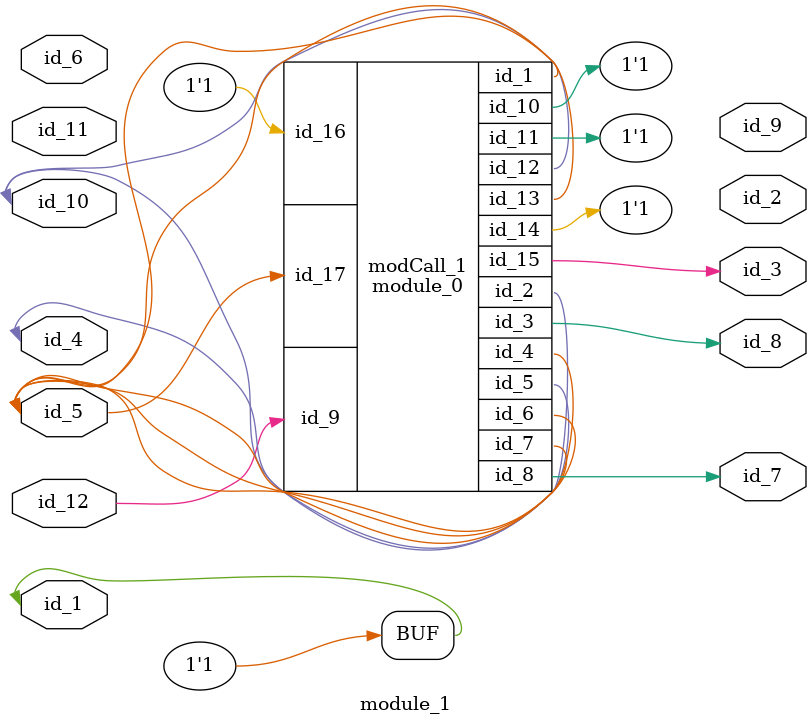
<source format=v>
module module_0 (
    id_1,
    id_2,
    id_3,
    id_4,
    id_5,
    id_6,
    id_7,
    id_8,
    id_9,
    id_10,
    id_11,
    id_12,
    id_13,
    id_14,
    id_15,
    id_16,
    id_17
);
  input wire id_17;
  input wire id_16;
  output wire id_15;
  inout wire id_14;
  inout wire id_13;
  output wire id_12;
  inout wire id_11;
  inout wire id_10;
  input wire id_9;
  output wire id_8;
  inout wire id_7;
  inout wire id_6;
  inout wire id_5;
  inout wire id_4;
  output wire id_3;
  output wire id_2;
  inout wire id_1;
  wire id_18;
  wire id_19, id_20;
endmodule
module module_1 (
    id_1,
    id_2,
    id_3,
    id_4,
    id_5,
    id_6,
    id_7,
    id_8,
    id_9,
    id_10,
    id_11,
    id_12
);
  input wire id_12;
  input wire id_11;
  inout wire id_10;
  output wire id_9;
  output wire id_8;
  output wire id_7;
  input wire id_6;
  inout wire id_5;
  inout wire id_4;
  output wire id_3;
  output wire id_2;
  inout wire id_1;
  module_0 modCall_1 (
      id_5,
      id_4,
      id_8,
      id_5,
      id_10,
      id_5,
      id_5,
      id_7,
      id_12,
      id_1,
      id_1,
      id_10,
      id_5,
      id_1,
      id_3,
      id_1,
      id_5
  );
  assign id_1 = 1;
  wire id_13, id_14;
  wire id_15;
  wire id_16;
endmodule

</source>
